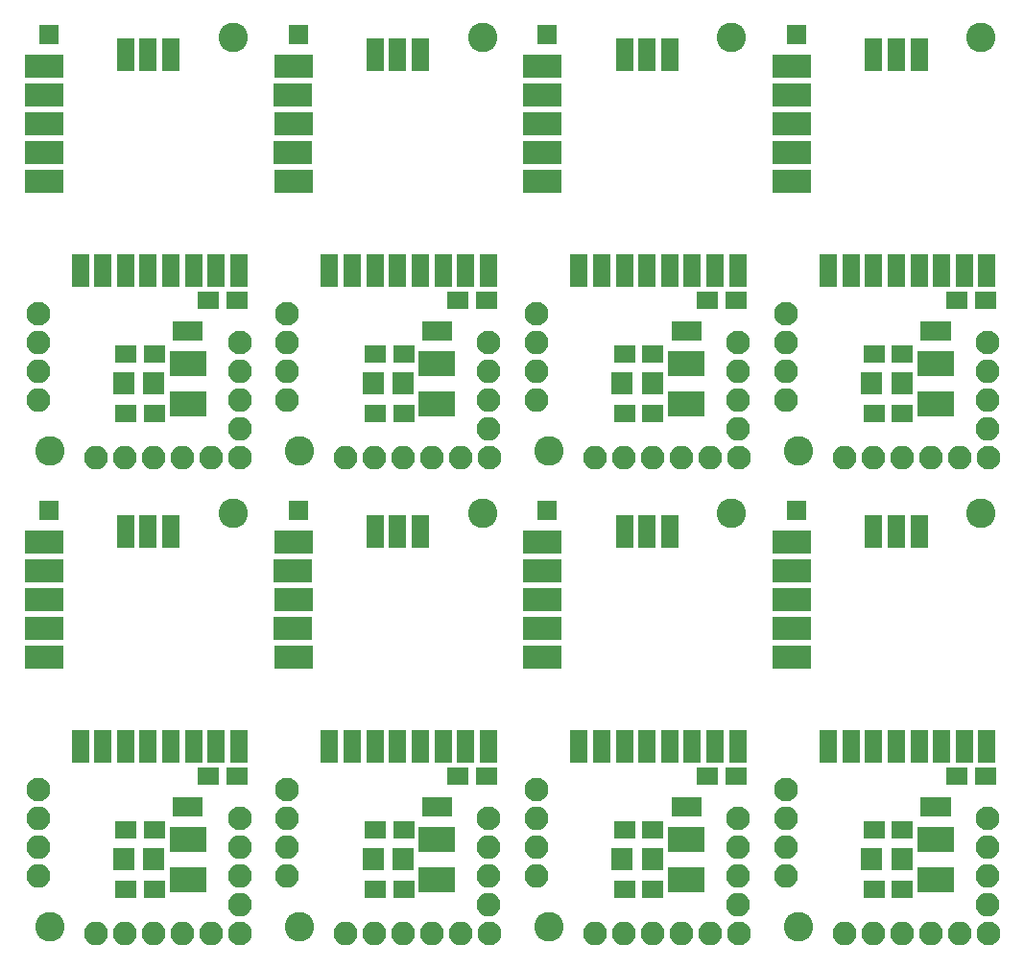
<source format=gbs>
%MOIN*%
%OFA0B0*%
%FSLAX46Y46*%
%IPPOS*%
%LPD*%
%ADD10C,0.0039370078740157488*%
%ADD11R,0.062992125984251982X0.11511811023622047*%
%ADD12C,0.082677165354330714*%
%ADD13O,0.082677165354330714X0.082677165354330714*%
%ADD14R,0.13385826771653545X0.082677165354330714*%
%ADD15R,0.074803149606299218X0.064960629921259838*%
%ADD16C,0.10236220472440946*%
%ADD17R,0.068897637795275593X0.068897637795275593*%
%ADD18R,0.074803149606299218X0.031496062992125991*%
%ADD19R,0.125748031496063X0.085748031496063*%
%ADD20R,0.053937007874015758X0.065748031496063*%
%ADD31C,0.0039370078740157488*%
%ADD32R,0.062992125984251982X0.11511811023622047*%
%ADD33C,0.082677165354330714*%
%ADD34O,0.082677165354330714X0.082677165354330714*%
%ADD35R,0.13385826771653545X0.082677165354330714*%
%ADD36R,0.074803149606299218X0.064960629921259838*%
%ADD37C,0.10236220472440946*%
%ADD38R,0.068897637795275593X0.068897637795275593*%
%ADD39R,0.074803149606299218X0.031496062992125991*%
%ADD40R,0.125748031496063X0.085748031496063*%
%ADD41R,0.053937007874015758X0.065748031496063*%
%ADD52C,0.0039370078740157488*%
%ADD53R,0.062992125984251982X0.11511811023622047*%
%ADD54C,0.082677165354330714*%
%ADD55O,0.082677165354330714X0.082677165354330714*%
%ADD56R,0.13385826771653545X0.082677165354330714*%
%ADD57R,0.074803149606299218X0.064960629921259838*%
%ADD58C,0.10236220472440946*%
%ADD59R,0.068897637795275593X0.068897637795275593*%
%ADD60R,0.074803149606299218X0.031496062992125991*%
%ADD61R,0.125748031496063X0.085748031496063*%
%ADD62R,0.053937007874015758X0.065748031496063*%
%ADD73C,0.0039370078740157488*%
%ADD74R,0.062992125984251982X0.11511811023622047*%
%ADD75C,0.082677165354330714*%
%ADD76O,0.082677165354330714X0.082677165354330714*%
%ADD77R,0.13385826771653545X0.082677165354330714*%
%ADD78R,0.074803149606299218X0.064960629921259838*%
%ADD79C,0.10236220472440946*%
%ADD80R,0.068897637795275593X0.068897637795275593*%
%ADD81R,0.074803149606299218X0.031496062992125991*%
%ADD82R,0.125748031496063X0.085748031496063*%
%ADD83R,0.053937007874015758X0.065748031496063*%
%ADD94C,0.0039370078740157488*%
%ADD95R,0.062992125984251982X0.11511811023622047*%
%ADD96C,0.082677165354330714*%
%ADD97O,0.082677165354330714X0.082677165354330714*%
%ADD98R,0.13385826771653545X0.082677165354330714*%
%ADD99R,0.074803149606299218X0.064960629921259838*%
%ADD100C,0.10236220472440946*%
%ADD101R,0.068897637795275593X0.068897637795275593*%
%ADD102R,0.074803149606299218X0.031496062992125991*%
%ADD103R,0.125748031496063X0.085748031496063*%
%ADD104R,0.053937007874015758X0.065748031496063*%
%ADD115C,0.0039370078740157488*%
%ADD116R,0.062992125984251982X0.11511811023622047*%
%ADD117C,0.082677165354330714*%
%ADD118O,0.082677165354330714X0.082677165354330714*%
%ADD119R,0.13385826771653545X0.082677165354330714*%
%ADD120R,0.074803149606299218X0.064960629921259838*%
%ADD121C,0.10236220472440946*%
%ADD122R,0.068897637795275593X0.068897637795275593*%
%ADD123R,0.074803149606299218X0.031496062992125991*%
%ADD124R,0.125748031496063X0.085748031496063*%
%ADD125R,0.053937007874015758X0.065748031496063*%
%ADD136C,0.0039370078740157488*%
%ADD137R,0.062992125984251982X0.11511811023622047*%
%ADD138C,0.082677165354330714*%
%ADD139O,0.082677165354330714X0.082677165354330714*%
%ADD140R,0.13385826771653545X0.082677165354330714*%
%ADD141R,0.074803149606299218X0.064960629921259838*%
%ADD142C,0.10236220472440946*%
%ADD143R,0.068897637795275593X0.068897637795275593*%
%ADD144R,0.074803149606299218X0.031496062992125991*%
%ADD145R,0.125748031496063X0.085748031496063*%
%ADD146R,0.053937007874015758X0.065748031496063*%
%ADD157C,0.0039370078740157488*%
%ADD158R,0.062992125984251982X0.11511811023622047*%
%ADD159C,0.082677165354330714*%
%ADD160O,0.082677165354330714X0.082677165354330714*%
%ADD161R,0.13385826771653545X0.082677165354330714*%
%ADD162R,0.074803149606299218X0.064960629921259838*%
%ADD163C,0.10236220472440946*%
%ADD164R,0.068897637795275593X0.068897637795275593*%
%ADD165R,0.074803149606299218X0.031496062992125991*%
%ADD166R,0.125748031496063X0.085748031496063*%
%ADD167R,0.053937007874015758X0.065748031496063*%
%LPD*%
G01*
D10*
D11*
X-0006692913Y0004921259D02*
X0000732677Y0000697559D03*
X0000653936Y0000697559D03*
X0000575196Y0000697559D03*
X0000496456Y0000697559D03*
X0000417716Y0000697559D03*
X0000338976Y0000697559D03*
X0000260236Y0000697559D03*
X0000181496Y0000697559D03*
X0000417716Y0001445590D03*
X0000496456Y0001445590D03*
X0000338976Y0001445590D03*
D12*
X0000034586Y0000548759D03*
D13*
X0000034586Y0000448759D03*
X0000034586Y0000348759D03*
X0000034586Y0000248759D03*
D14*
X0000055531Y0001006259D03*
X0000055531Y0001206259D03*
X0000055531Y0001406258D03*
X0000054586Y0001106259D03*
X0000054586Y0001306259D03*
D12*
X0000734586Y0000448759D03*
D13*
X0000734586Y0000348759D03*
X0000734586Y0000248759D03*
X0000734586Y0000148759D03*
D12*
X0000737086Y0000048759D03*
D13*
X0000637086Y0000048759D03*
X0000537086Y0000048759D03*
X0000437086Y0000048759D03*
X0000337086Y0000048759D03*
X0000237086Y0000048759D03*
D15*
X0000726299Y0000595259D03*
X0000627874Y0000595259D03*
D16*
X0000712086Y0001506259D03*
X0000077086Y0000071259D03*
D17*
X0000072086Y0001518759D03*
D15*
X0000340373Y0000201259D03*
X0000438799Y0000201259D03*
X0000438799Y0000408759D03*
X0000340373Y0000408759D03*
D18*
X0000436948Y0000331850D03*
X0000436948Y0000306259D03*
X0000436948Y0000280669D03*
X0000332224Y0000280669D03*
X0000332224Y0000306259D03*
X0000332224Y0000331850D03*
D19*
X0000554586Y0000373759D03*
X0000554586Y0000233759D03*
D20*
X0000579783Y0000488759D03*
X0000529389Y0000488759D03*
G01*
D31*
D32*
X-0006692913Y0006574803D02*
X0000732677Y0002351102D03*
X0000653936Y0002351102D03*
X0000575196Y0002351102D03*
X0000496456Y0002351102D03*
X0000417716Y0002351102D03*
X0000338976Y0002351102D03*
X0000260236Y0002351102D03*
X0000181496Y0002351102D03*
X0000417716Y0003099133D03*
X0000496456Y0003099133D03*
X0000338976Y0003099133D03*
D33*
X0000034586Y0002202303D03*
D34*
X0000034586Y0002102303D03*
X0000034586Y0002002303D03*
X0000034586Y0001902303D03*
D35*
X0000055531Y0002659803D03*
X0000055531Y0002859803D03*
X0000055531Y0003059803D03*
X0000054586Y0002759803D03*
X0000054586Y0002959803D03*
D33*
X0000734586Y0002102303D03*
D34*
X0000734586Y0002002303D03*
X0000734586Y0001902303D03*
X0000734586Y0001802303D03*
D33*
X0000737086Y0001702303D03*
D34*
X0000637086Y0001702303D03*
X0000537086Y0001702303D03*
X0000437086Y0001702303D03*
X0000337086Y0001702303D03*
X0000237086Y0001702303D03*
D36*
X0000726299Y0002248803D03*
X0000627874Y0002248803D03*
D37*
X0000712086Y0003159803D03*
X0000077086Y0001724803D03*
D38*
X0000072086Y0003172303D03*
D36*
X0000340373Y0001854803D03*
X0000438799Y0001854803D03*
X0000438799Y0002062303D03*
X0000340373Y0002062303D03*
D39*
X0000436948Y0001985392D03*
X0000436948Y0001959803D03*
X0000436948Y0001934212D03*
X0000332224Y0001934212D03*
X0000332224Y0001959803D03*
X0000332224Y0001985392D03*
D40*
X0000554586Y0002027302D03*
X0000554586Y0001887303D03*
D41*
X0000579783Y0002142303D03*
X0000529389Y0002142303D03*
G01*
D52*
D53*
X-0005826771Y0004921259D02*
X0001598818Y0000697559D03*
X0001520078Y0000697559D03*
X0001441338Y0000697559D03*
X0001362597Y0000697559D03*
X0001283858Y0000697559D03*
X0001205118Y0000697559D03*
X0001126377Y0000697559D03*
X0001047636Y0000697559D03*
X0001283858Y0001445590D03*
X0001362597Y0001445590D03*
X0001205118Y0001445590D03*
D54*
X0000900728Y0000548759D03*
D55*
X0000900728Y0000448759D03*
X0000900728Y0000348759D03*
X0000900728Y0000248759D03*
D56*
X0000921673Y0001006259D03*
X0000921673Y0001206259D03*
X0000921673Y0001406258D03*
X0000920728Y0001106259D03*
X0000920728Y0001306259D03*
D54*
X0001600728Y0000448759D03*
D55*
X0001600728Y0000348759D03*
X0001600728Y0000248759D03*
X0001600728Y0000148759D03*
D54*
X0001603228Y0000048759D03*
D55*
X0001503228Y0000048759D03*
X0001403227Y0000048759D03*
X0001303228Y0000048759D03*
X0001203228Y0000048759D03*
X0001103228Y0000048759D03*
D57*
X0001592440Y0000595259D03*
X0001494015Y0000595259D03*
D58*
X0001578228Y0001506259D03*
X0000943228Y0000071259D03*
D59*
X0000938228Y0001518759D03*
D57*
X0001206515Y0000201259D03*
X0001304940Y0000201259D03*
X0001304940Y0000408759D03*
X0001206515Y0000408759D03*
D60*
X0001303090Y0000331850D03*
X0001303090Y0000306259D03*
X0001303090Y0000280669D03*
X0001198366Y0000280669D03*
X0001198366Y0000306259D03*
X0001198366Y0000331850D03*
D61*
X0001420728Y0000373759D03*
X0001420728Y0000233759D03*
D62*
X0001445925Y0000488759D03*
X0001395531Y0000488759D03*
G01*
D73*
D74*
X-0004960629Y0004921259D02*
X0002464960Y0000697559D03*
X0002386220Y0000697559D03*
X0002307480Y0000697559D03*
X0002228740Y0000697559D03*
X0002150000Y0000697559D03*
X0002071259Y0000697559D03*
X0001992519Y0000697559D03*
X0001913779Y0000697559D03*
X0002150000Y0001445590D03*
X0002228740Y0001445590D03*
X0002071259Y0001445590D03*
D75*
X0001766870Y0000548759D03*
D76*
X0001766870Y0000448759D03*
X0001766870Y0000348759D03*
X0001766870Y0000248759D03*
D77*
X0001787814Y0001006259D03*
X0001787814Y0001206259D03*
X0001787814Y0001406258D03*
X0001786870Y0001106259D03*
X0001786870Y0001306259D03*
D75*
X0002466870Y0000448759D03*
D76*
X0002466870Y0000348759D03*
X0002466870Y0000248759D03*
X0002466870Y0000148759D03*
D75*
X0002469370Y0000048759D03*
D76*
X0002369370Y0000048759D03*
X0002269370Y0000048759D03*
X0002169370Y0000048759D03*
X0002069370Y0000048759D03*
X0001969370Y0000048759D03*
D78*
X0002458582Y0000595259D03*
X0002360157Y0000595259D03*
D79*
X0002444370Y0001506259D03*
X0001809370Y0000071259D03*
D80*
X0001804370Y0001518759D03*
D78*
X0002072657Y0000201259D03*
X0002171082Y0000201259D03*
X0002171082Y0000408759D03*
X0002072657Y0000408759D03*
D81*
X0002169232Y0000331850D03*
X0002169232Y0000306259D03*
X0002169232Y0000280669D03*
X0002064506Y0000280669D03*
X0002064506Y0000306259D03*
X0002064506Y0000331850D03*
D82*
X0002286870Y0000373759D03*
X0002286870Y0000233759D03*
D83*
X0002312066Y0000488759D03*
X0002261673Y0000488759D03*
G04 next file*
%LPD*%
G01*
D94*
D95*
X-0004094488Y0004921259D02*
X0003331102Y0000697559D03*
X0003252362Y0000697559D03*
X0003173622Y0000697559D03*
X0003094881Y0000697559D03*
X0003016141Y0000697559D03*
X0002937401Y0000697559D03*
X0002858661Y0000697559D03*
X0002779921Y0000697559D03*
X0003016141Y0001445590D03*
X0003094881Y0001445590D03*
X0002937401Y0001445590D03*
D96*
X0002633011Y0000548759D03*
D97*
X0002633011Y0000448759D03*
X0002633011Y0000348759D03*
X0002633011Y0000248759D03*
D98*
X0002653956Y0001006259D03*
X0002653956Y0001206259D03*
X0002653956Y0001406258D03*
X0002653010Y0001106259D03*
X0002653010Y0001306259D03*
D96*
X0003333011Y0000448759D03*
D97*
X0003333011Y0000348759D03*
X0003333011Y0000248759D03*
X0003333011Y0000148759D03*
D96*
X0003335511Y0000048759D03*
D97*
X0003235511Y0000048759D03*
X0003135511Y0000048759D03*
X0003035510Y0000048759D03*
X0002935511Y0000048759D03*
X0002835511Y0000048759D03*
D99*
X0003324724Y0000595259D03*
X0003226299Y0000595259D03*
D100*
X0003310511Y0001506259D03*
X0002675511Y0000071259D03*
D101*
X0002670511Y0001518759D03*
D99*
X0002938799Y0000201259D03*
X0003037224Y0000201259D03*
X0003037224Y0000408759D03*
X0002938799Y0000408759D03*
D102*
X0003035374Y0000331850D03*
X0003035374Y0000306259D03*
X0003035374Y0000280669D03*
X0002930649Y0000280669D03*
X0002930649Y0000306259D03*
X0002930649Y0000331850D03*
D103*
X0003153011Y0000373759D03*
X0003153011Y0000233759D03*
D104*
X0003178208Y0000488759D03*
X0003127813Y0000488759D03*
G01*
D115*
D116*
X-0005826771Y0006574803D02*
X0001598818Y0002351102D03*
X0001520078Y0002351102D03*
X0001441338Y0002351102D03*
X0001362597Y0002351102D03*
X0001283858Y0002351102D03*
X0001205118Y0002351102D03*
X0001126377Y0002351102D03*
X0001047636Y0002351102D03*
X0001283858Y0003099133D03*
X0001362597Y0003099133D03*
X0001205118Y0003099133D03*
D117*
X0000900728Y0002202303D03*
D118*
X0000900728Y0002102303D03*
X0000900728Y0002002303D03*
X0000900728Y0001902303D03*
D119*
X0000921673Y0002659803D03*
X0000921673Y0002859803D03*
X0000921673Y0003059803D03*
X0000920728Y0002759803D03*
X0000920728Y0002959803D03*
D117*
X0001600728Y0002102303D03*
D118*
X0001600728Y0002002303D03*
X0001600728Y0001902303D03*
X0001600728Y0001802303D03*
D117*
X0001603228Y0001702303D03*
D118*
X0001503228Y0001702303D03*
X0001403227Y0001702303D03*
X0001303228Y0001702303D03*
X0001203228Y0001702303D03*
X0001103228Y0001702303D03*
D120*
X0001592440Y0002248803D03*
X0001494015Y0002248803D03*
D121*
X0001578228Y0003159803D03*
X0000943228Y0001724803D03*
D122*
X0000938228Y0003172303D03*
D120*
X0001206515Y0001854803D03*
X0001304940Y0001854803D03*
X0001304940Y0002062303D03*
X0001206515Y0002062303D03*
D123*
X0001303090Y0001985392D03*
X0001303090Y0001959803D03*
X0001303090Y0001934212D03*
X0001198366Y0001934212D03*
X0001198366Y0001959803D03*
X0001198366Y0001985392D03*
D124*
X0001420728Y0002027302D03*
X0001420728Y0001887303D03*
D125*
X0001445925Y0002142303D03*
X0001395531Y0002142303D03*
G04 next file*
G01*
D136*
D137*
X-0004960629Y0006574803D02*
X0002464960Y0002351102D03*
X0002386220Y0002351102D03*
X0002307480Y0002351102D03*
X0002228740Y0002351102D03*
X0002150000Y0002351102D03*
X0002071259Y0002351102D03*
X0001992519Y0002351102D03*
X0001913779Y0002351102D03*
X0002150000Y0003099133D03*
X0002228740Y0003099133D03*
X0002071259Y0003099133D03*
D138*
X0001766870Y0002202303D03*
D139*
X0001766870Y0002102303D03*
X0001766870Y0002002303D03*
X0001766870Y0001902303D03*
D140*
X0001787814Y0002659803D03*
X0001787814Y0002859803D03*
X0001787814Y0003059803D03*
X0001786870Y0002759803D03*
X0001786870Y0002959803D03*
D138*
X0002466870Y0002102303D03*
D139*
X0002466870Y0002002303D03*
X0002466870Y0001902303D03*
X0002466870Y0001802303D03*
D138*
X0002469370Y0001702303D03*
D139*
X0002369370Y0001702303D03*
X0002269370Y0001702303D03*
X0002169370Y0001702303D03*
X0002069370Y0001702303D03*
X0001969370Y0001702303D03*
D141*
X0002458582Y0002248803D03*
X0002360157Y0002248803D03*
D142*
X0002444370Y0003159803D03*
X0001809370Y0001724803D03*
D143*
X0001804370Y0003172303D03*
D141*
X0002072657Y0001854803D03*
X0002171082Y0001854803D03*
X0002171082Y0002062303D03*
X0002072657Y0002062303D03*
D144*
X0002169232Y0001985392D03*
X0002169232Y0001959803D03*
X0002169232Y0001934212D03*
X0002064506Y0001934212D03*
X0002064506Y0001959803D03*
X0002064506Y0001985392D03*
D145*
X0002286870Y0002027302D03*
X0002286870Y0001887303D03*
D146*
X0002312066Y0002142303D03*
X0002261673Y0002142303D03*
G04 next file*
G04 #@! TF.FileFunction,Soldermask,Bot*
G04 Gerber Fmt 4.6, Leading zero omitted, Abs format (unit mm)*
G04 Created by KiCad (PCBNEW 4.0.2-stable) date 01.06.2017 12:53:20*
G01*
G04 APERTURE LIST*
G04 APERTURE END LIST*
D157*
D158*
X-0004094488Y0006574803D02*
X0003331102Y0002351102D03*
X0003252362Y0002351102D03*
X0003173622Y0002351102D03*
X0003094881Y0002351102D03*
X0003016141Y0002351102D03*
X0002937401Y0002351102D03*
X0002858661Y0002351102D03*
X0002779921Y0002351102D03*
X0003016141Y0003099133D03*
X0003094881Y0003099133D03*
X0002937401Y0003099133D03*
D159*
X0002633011Y0002202303D03*
D160*
X0002633011Y0002102303D03*
X0002633011Y0002002303D03*
X0002633011Y0001902303D03*
D161*
X0002653956Y0002659803D03*
X0002653956Y0002859803D03*
X0002653956Y0003059803D03*
X0002653010Y0002759803D03*
X0002653010Y0002959803D03*
D159*
X0003333011Y0002102303D03*
D160*
X0003333011Y0002002303D03*
X0003333011Y0001902303D03*
X0003333011Y0001802303D03*
D159*
X0003335511Y0001702303D03*
D160*
X0003235511Y0001702303D03*
X0003135511Y0001702303D03*
X0003035510Y0001702303D03*
X0002935511Y0001702303D03*
X0002835511Y0001702303D03*
D162*
X0003324724Y0002248803D03*
X0003226299Y0002248803D03*
D163*
X0003310511Y0003159803D03*
X0002675511Y0001724803D03*
D164*
X0002670511Y0003172303D03*
D162*
X0002938799Y0001854803D03*
X0003037224Y0001854803D03*
X0003037224Y0002062303D03*
X0002938799Y0002062303D03*
D165*
X0003035374Y0001985392D03*
X0003035374Y0001959803D03*
X0003035374Y0001934212D03*
X0002930649Y0001934212D03*
X0002930649Y0001959803D03*
X0002930649Y0001985392D03*
D166*
X0003153011Y0002027302D03*
X0003153011Y0001887303D03*
D167*
X0003178208Y0002142303D03*
X0003127813Y0002142303D03*
M02*
</source>
